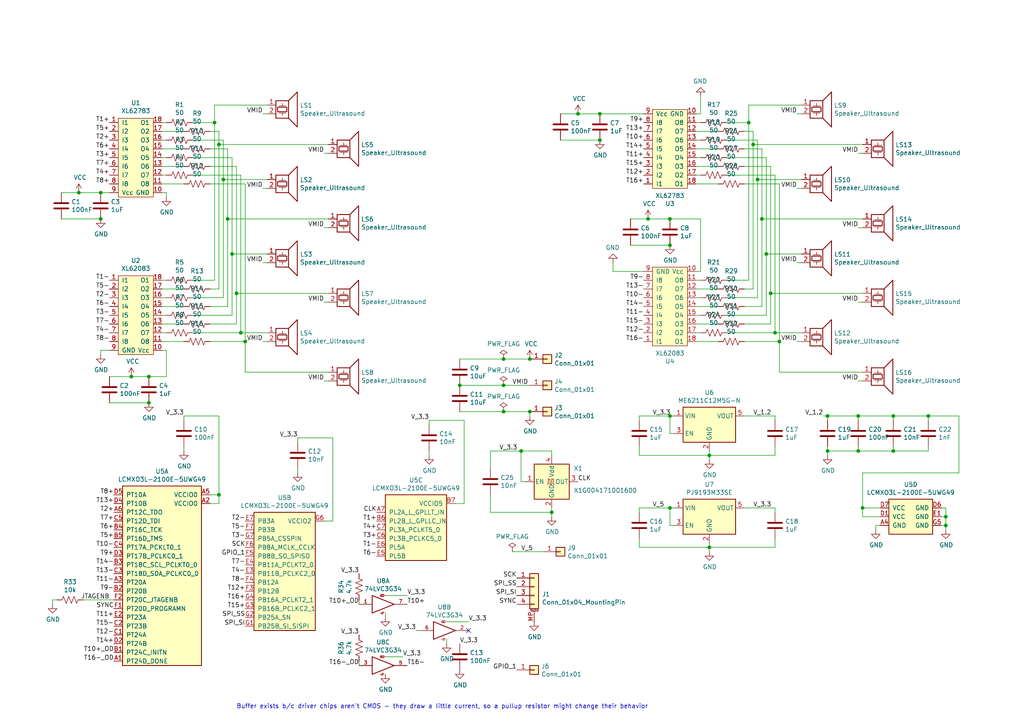
<source format=kicad_sch>
(kicad_sch (version 20211123) (generator eeschema)
  (paper "A4")
  (junction (at 62.23 35.56))
  (junction (at 269.24 120.65))
  (junction (at 63.5 143.51))
  (junction (at 153.67 104.14))
  (junction (at 217.17 35.56))
  (junction (at 153.67 119.38))
  (junction (at 67.31 73.66))
  (junction (at 68.58 85.09))
  (junction (at 146.05 119.38))
  (junction (at 29.21 63.5))
  (junction (at 151.13 130.81))
  (junction (at 248.92 120.65))
  (junction (at 248.92 130.81))
  (junction (at 274.32 149.86))
  (junction (at 160.02 148.59))
  (junction (at 71.12 99.06))
  (junction (at 29.21 55.88))
  (junction (at 259.08 130.81))
  (junction (at 173.99 33.02))
  (junction (at 64.77 52.07))
  (junction (at 194.31 63.5))
  (junction (at 205.74 158.75))
  (junction (at 250.19 147.32))
  (junction (at 146.05 104.14))
  (junction (at 133.35 111.76))
  (junction (at 194.31 120.65))
  (junction (at 224.79 96.52))
  (junction (at 220.98 63.5))
  (junction (at 205.74 132.08))
  (junction (at 240.03 130.81))
  (junction (at 226.06 99.06))
  (junction (at 43.18 109.22))
  (junction (at 194.31 71.12))
  (junction (at 167.64 33.02))
  (junction (at 223.52 85.09))
  (junction (at 259.08 120.65))
  (junction (at 240.03 120.65))
  (junction (at 219.71 52.07))
  (junction (at 274.32 152.4))
  (junction (at 187.96 63.5))
  (junction (at 218.44 41.91))
  (junction (at 66.04 63.5))
  (junction (at 69.85 96.52))
  (junction (at 63.5 41.91))
  (junction (at 222.25 73.66))
  (junction (at 43.18 116.84))
  (junction (at 194.31 147.32))
  (junction (at 173.99 40.64))
  (junction (at 22.86 55.88))
  (junction (at 38.1 109.22))
  (junction (at 146.05 111.76))
  (no_connect (at 135.89 182.88))
  (wire (pts (xy 210.82 35.56) (xy 217.17 35.56)))
  (wire (pts (xy 203.2 63.5) (xy 203.2 78.74)))
  (wire (pts (xy 46.99 55.88) (xy 48.26 55.88)))
  (wire (pts (xy 60.96 48.26) (xy 68.58 48.26)))
  (wire (pts (xy 215.9 99.06) (xy 226.06 99.06)))
  (wire (pts (xy 133.35 104.14) (xy 146.05 104.14)))
  (wire (pts (xy 95.25 87.63) (xy 93.98 87.63)))
  (wire (pts (xy 226.06 107.95) (xy 226.06 99.06)))
  (wire (pts (xy 76.2 33.02) (xy 77.47 33.02)))
  (wire (pts (xy 53.34 121.92) (xy 53.34 120.65)))
  (wire (pts (xy 46.99 83.82) (xy 53.34 83.82)))
  (wire (pts (xy 63.5 143.51) (xy 63.5 146.05)))
  (wire (pts (xy 194.31 147.32) (xy 194.31 152.4)))
  (wire (pts (xy 64.77 52.07) (xy 77.47 52.07)))
  (wire (pts (xy 215.9 83.82) (xy 218.44 83.82)))
  (wire (pts (xy 210.82 81.28) (xy 217.17 81.28)))
  (wire (pts (xy 224.79 158.75) (xy 205.74 158.75)))
  (wire (pts (xy 68.58 93.98) (xy 68.58 85.09)))
  (wire (pts (xy 60.96 83.82) (xy 63.5 83.82)))
  (wire (pts (xy 278.13 120.65) (xy 269.24 120.65)))
  (wire (pts (xy 134.62 121.92) (xy 134.62 146.05)))
  (wire (pts (xy 146.05 104.14) (xy 153.67 104.14)))
  (wire (pts (xy 194.31 152.4) (xy 195.58 152.4)))
  (wire (pts (xy 146.05 119.38) (xy 153.67 119.38)))
  (wire (pts (xy 224.79 96.52) (xy 232.41 96.52)))
  (wire (pts (xy 55.88 50.8) (xy 69.85 50.8)))
  (wire (pts (xy 201.93 93.98) (xy 208.28 93.98)))
  (wire (pts (xy 201.93 43.18) (xy 208.28 43.18)))
  (wire (pts (xy 124.46 123.19) (xy 124.46 121.92)))
  (wire (pts (xy 46.99 96.52) (xy 48.26 96.52)))
  (wire (pts (xy 116.84 190.5) (xy 111.76 190.5)))
  (wire (pts (xy 205.74 160.02) (xy 205.74 158.75)))
  (wire (pts (xy 48.26 55.88) (xy 48.26 57.15)))
  (wire (pts (xy 248.92 129.54) (xy 248.92 130.81)))
  (wire (pts (xy 219.71 52.07) (xy 232.41 52.07)))
  (wire (pts (xy 96.52 127) (xy 96.52 151.13)))
  (wire (pts (xy 274.32 153.67) (xy 274.32 152.4)))
  (wire (pts (xy 153.67 120.65) (xy 153.67 119.38)))
  (wire (pts (xy 201.93 53.34) (xy 208.28 53.34)))
  (wire (pts (xy 201.93 50.8) (xy 203.2 50.8)))
  (wire (pts (xy 69.85 50.8) (xy 69.85 96.52)))
  (wire (pts (xy 238.76 120.65) (xy 240.03 120.65)))
  (wire (pts (xy 226.06 53.34) (xy 226.06 99.06)))
  (wire (pts (xy 215.9 53.34) (xy 226.06 53.34)))
  (wire (pts (xy 46.99 53.34) (xy 53.34 53.34)))
  (wire (pts (xy 185.42 148.59) (xy 185.42 147.32)))
  (wire (pts (xy 86.36 128.27) (xy 86.36 127)))
  (wire (pts (xy 232.41 54.61) (xy 231.14 54.61)))
  (wire (pts (xy 31.75 116.84) (xy 43.18 116.84)))
  (wire (pts (xy 46.99 38.1) (xy 53.34 38.1)))
  (wire (pts (xy 118.11 172.72) (xy 111.76 172.72)))
  (wire (pts (xy 259.08 130.81) (xy 269.24 130.81)))
  (wire (pts (xy 201.93 40.64) (xy 203.2 40.64)))
  (wire (pts (xy 250.19 149.86) (xy 255.27 149.86)))
  (wire (pts (xy 240.03 130.81) (xy 248.92 130.81)))
  (wire (pts (xy 160.02 148.59) (xy 142.24 148.59)))
  (wire (pts (xy 201.93 83.82) (xy 208.28 83.82)))
  (wire (pts (xy 273.05 149.86) (xy 274.32 149.86)))
  (wire (pts (xy 160.02 149.86) (xy 160.02 148.59)))
  (wire (pts (xy 223.52 48.26) (xy 223.52 85.09)))
  (wire (pts (xy 124.46 130.81) (xy 124.46 132.08)))
  (wire (pts (xy 220.98 63.5) (xy 250.19 63.5)))
  (wire (pts (xy 60.96 99.06) (xy 71.12 99.06)))
  (wire (pts (xy 63.5 41.91) (xy 95.25 41.91)))
  (wire (pts (xy 194.31 63.5) (xy 203.2 63.5)))
  (wire (pts (xy 63.5 120.65) (xy 63.5 143.51)))
  (wire (pts (xy 95.25 110.49) (xy 93.98 110.49)))
  (wire (pts (xy 255.27 147.32) (xy 250.19 147.32)))
  (wire (pts (xy 248.92 130.81) (xy 259.08 130.81)))
  (wire (pts (xy 203.2 78.74) (xy 201.93 78.74)))
  (wire (pts (xy 60.96 93.98) (xy 68.58 93.98)))
  (wire (pts (xy 201.93 99.06) (xy 208.28 99.06)))
  (wire (pts (xy 232.41 76.2) (xy 231.14 76.2)))
  (wire (pts (xy 210.82 45.72) (xy 222.25 45.72)))
  (wire (pts (xy 194.31 120.65) (xy 185.42 120.65)))
  (wire (pts (xy 250.19 66.04) (xy 248.92 66.04)))
  (wire (pts (xy 31.75 101.6) (xy 29.21 101.6)))
  (wire (pts (xy 77.47 76.2) (xy 76.2 76.2)))
  (wire (pts (xy 71.12 53.34) (xy 71.12 99.06)))
  (wire (pts (xy 224.79 121.92) (xy 224.79 120.65)))
  (wire (pts (xy 224.79 147.32) (xy 215.9 147.32)))
  (wire (pts (xy 182.88 71.12) (xy 194.31 71.12)))
  (wire (pts (xy 224.79 148.59) (xy 224.79 147.32)))
  (wire (pts (xy 162.56 40.64) (xy 173.99 40.64)))
  (wire (pts (xy 231.14 33.02) (xy 232.41 33.02)))
  (wire (pts (xy 254 153.67) (xy 254 152.4)))
  (wire (pts (xy 64.77 52.07) (xy 64.77 86.36)))
  (wire (pts (xy 194.31 125.73) (xy 195.58 125.73)))
  (wire (pts (xy 223.52 93.98) (xy 223.52 85.09)))
  (wire (pts (xy 218.44 38.1) (xy 218.44 41.91)))
  (wire (pts (xy 240.03 129.54) (xy 240.03 130.81)))
  (wire (pts (xy 134.62 146.05) (xy 132.08 146.05)))
  (wire (pts (xy 66.04 43.18) (xy 66.04 63.5)))
  (wire (pts (xy 205.74 157.48) (xy 205.74 158.75)))
  (wire (pts (xy 17.78 55.88) (xy 22.86 55.88)))
  (wire (pts (xy 38.1 109.22) (xy 43.18 109.22)))
  (wire (pts (xy 210.82 91.44) (xy 222.25 91.44)))
  (wire (pts (xy 104.14 173.99) (xy 104.14 175.26)))
  (wire (pts (xy 194.31 120.65) (xy 194.31 125.73)))
  (wire (pts (xy 162.56 33.02) (xy 167.64 33.02)))
  (wire (pts (xy 215.9 88.9) (xy 220.98 88.9)))
  (wire (pts (xy 187.96 63.5) (xy 194.31 63.5)))
  (wire (pts (xy 62.23 35.56) (xy 62.23 81.28)))
  (wire (pts (xy 63.5 38.1) (xy 63.5 41.91)))
  (wire (pts (xy 67.31 73.66) (xy 67.31 91.44)))
  (wire (pts (xy 55.88 81.28) (xy 62.23 81.28)))
  (wire (pts (xy 254 152.4) (xy 255.27 152.4)))
  (wire (pts (xy 95.25 44.45) (xy 93.98 44.45)))
  (wire (pts (xy 86.36 135.89) (xy 86.36 137.16)))
  (wire (pts (xy 195.58 120.65) (xy 194.31 120.65)))
  (wire (pts (xy 55.88 96.52) (xy 69.85 96.52)))
  (wire (pts (xy 269.24 120.65) (xy 269.24 121.92)))
  (wire (pts (xy 46.99 86.36) (xy 48.26 86.36)))
  (wire (pts (xy 63.5 146.05) (xy 60.96 146.05)))
  (wire (pts (xy 77.47 54.61) (xy 76.2 54.61)))
  (wire (pts (xy 240.03 120.65) (xy 248.92 120.65)))
  (wire (pts (xy 104.14 191.77) (xy 104.14 193.04)))
  (wire (pts (xy 153.67 111.76) (xy 146.05 111.76)))
  (wire (pts (xy 259.08 120.65) (xy 259.08 121.92)))
  (wire (pts (xy 215.9 43.18) (xy 220.98 43.18)))
  (wire (pts (xy 185.42 120.65) (xy 185.42 121.92)))
  (wire (pts (xy 205.74 130.81) (xy 205.74 132.08)))
  (wire (pts (xy 201.93 48.26) (xy 208.28 48.26)))
  (wire (pts (xy 46.99 91.44) (xy 48.26 91.44)))
  (wire (pts (xy 185.42 132.08) (xy 205.74 132.08)))
  (wire (pts (xy 55.88 45.72) (xy 67.31 45.72)))
  (wire (pts (xy 186.69 78.74) (xy 177.8 78.74)))
  (wire (pts (xy 15.24 175.26) (xy 15.24 173.99)))
  (wire (pts (xy 250.19 87.63) (xy 248.92 87.63)))
  (wire (pts (xy 53.34 129.54) (xy 53.34 130.81)))
  (wire (pts (xy 248.92 120.65) (xy 259.08 120.65)))
  (wire (pts (xy 120.65 182.88) (xy 121.92 182.88)))
  (wire (pts (xy 67.31 45.72) (xy 67.31 73.66)))
  (wire (pts (xy 60.96 38.1) (xy 63.5 38.1)))
  (wire (pts (xy 278.13 137.16) (xy 278.13 120.65)))
  (wire (pts (xy 220.98 63.5) (xy 220.98 88.9)))
  (wire (pts (xy 273.05 152.4) (xy 274.32 152.4)))
  (wire (pts (xy 46.99 40.64) (xy 48.26 40.64)))
  (wire (pts (xy 46.99 88.9) (xy 53.34 88.9)))
  (wire (pts (xy 142.24 130.81) (xy 151.13 130.81)))
  (wire (pts (xy 60.96 53.34) (xy 71.12 53.34)))
  (wire (pts (xy 201.93 45.72) (xy 203.2 45.72)))
  (wire (pts (xy 31.75 55.88) (xy 29.21 55.88)))
  (wire (pts (xy 250.19 110.49) (xy 248.92 110.49)))
  (wire (pts (xy 129.54 185.42) (xy 129.54 186.69)))
  (wire (pts (xy 224.79 132.08) (xy 224.79 129.54)))
  (wire (pts (xy 203.2 33.02) (xy 201.93 33.02)))
  (wire (pts (xy 218.44 41.91) (xy 250.19 41.91)))
  (wire (pts (xy 62.23 35.56) (xy 62.23 30.48)))
  (wire (pts (xy 22.86 55.88) (xy 29.21 55.88)))
  (wire (pts (xy 250.19 44.45) (xy 248.92 44.45)))
  (wire (pts (xy 210.82 40.64) (xy 219.71 40.64)))
  (wire (pts (xy 274.32 152.4) (xy 274.32 149.86)))
  (wire (pts (xy 232.41 99.06) (xy 231.14 99.06)))
  (wire (pts (xy 210.82 96.52) (xy 224.79 96.52)))
  (wire (pts (xy 259.08 129.54) (xy 259.08 130.81)))
  (wire (pts (xy 151.13 130.81) (xy 160.02 130.81)))
  (wire (pts (xy 24.13 173.99) (xy 33.02 173.99)))
  (wire (pts (xy 248.92 121.92) (xy 248.92 120.65)))
  (wire (pts (xy 71.12 107.95) (xy 71.12 99.06)))
  (wire (pts (xy 67.31 73.66) (xy 77.47 73.66)))
  (wire (pts (xy 250.19 147.32) (xy 250.19 149.86)))
  (wire (pts (xy 46.99 99.06) (xy 53.34 99.06)))
  (wire (pts (xy 250.19 137.16) (xy 250.19 147.32)))
  (wire (pts (xy 173.99 33.02) (xy 186.69 33.02)))
  (wire (pts (xy 259.08 120.65) (xy 269.24 120.65)))
  (wire (pts (xy 274.32 149.86) (xy 274.32 147.32)))
  (wire (pts (xy 71.12 107.95) (xy 95.25 107.95)))
  (wire (pts (xy 182.88 63.5) (xy 187.96 63.5)))
  (wire (pts (xy 269.24 129.54) (xy 269.24 130.81)))
  (wire (pts (xy 68.58 48.26) (xy 68.58 85.09)))
  (wire (pts (xy 226.06 107.95) (xy 250.19 107.95)))
  (wire (pts (xy 222.25 73.66) (xy 232.41 73.66)))
  (wire (pts (xy 63.5 120.65) (xy 53.34 120.65)))
  (wire (pts (xy 46.99 101.6) (xy 48.26 101.6)))
  (wire (pts (xy 46.99 81.28) (xy 48.26 81.28)))
  (wire (pts (xy 201.93 35.56) (xy 203.2 35.56)))
  (wire (pts (xy 68.58 85.09) (xy 95.25 85.09)))
  (wire (pts (xy 177.8 76.2) (xy 177.8 78.74)))
  (wire (pts (xy 62.23 30.48) (xy 77.47 30.48)))
  (wire (pts (xy 222.25 45.72) (xy 222.25 73.66)))
  (wire (pts (xy 46.99 43.18) (xy 53.34 43.18)))
  (wire (pts (xy 167.64 33.02) (xy 173.99 33.02)))
  (wire (pts (xy 55.88 91.44) (xy 67.31 91.44)))
  (wire (pts (xy 217.17 30.48) (xy 232.41 30.48)))
  (wire (pts (xy 46.99 48.26) (xy 53.34 48.26)))
  (wire (pts (xy 240.03 121.92) (xy 240.03 120.65)))
  (wire (pts (xy 142.24 135.89) (xy 142.24 130.81)))
  (wire (pts (xy 66.04 63.5) (xy 66.04 88.9)))
  (wire (pts (xy 134.62 121.92) (xy 124.46 121.92)))
  (wire (pts (xy 185.42 147.32) (xy 194.31 147.32)))
  (wire (pts (xy 133.35 119.38) (xy 146.05 119.38)))
  (wire (pts (xy 160.02 147.32) (xy 160.02 148.59)))
  (wire (pts (xy 55.88 86.36) (xy 64.77 86.36)))
  (wire (pts (xy 274.32 147.32) (xy 273.05 147.32)))
  (wire (pts (xy 215.9 93.98) (xy 223.52 93.98)))
  (wire (pts (xy 46.99 35.56) (xy 48.26 35.56)))
  (wire (pts (xy 201.93 96.52) (xy 203.2 96.52)))
  (wire (pts (xy 135.89 180.34) (xy 129.54 180.34)))
  (wire (pts (xy 29.21 101.6) (xy 29.21 102.87)))
  (wire (pts (xy 55.88 35.56) (xy 62.23 35.56)))
  (wire (pts (xy 219.71 40.64) (xy 219.71 52.07)))
  (wire (pts (xy 60.96 88.9) (xy 66.04 88.9)))
  (wire (pts (xy 69.85 96.52) (xy 77.47 96.52)))
  (wire (pts (xy 96.52 151.13) (xy 93.98 151.13)))
  (wire (pts (xy 60.96 43.18) (xy 66.04 43.18)))
  (wire (pts (xy 63.5 41.91) (xy 63.5 83.82)))
  (wire (pts (xy 217.17 35.56) (xy 217.17 81.28)))
  (wire (pts (xy 96.52 127) (xy 86.36 127)))
  (wire (pts (xy 185.42 158.75) (xy 185.42 156.21)))
  (wire (pts (xy 66.04 63.5) (xy 95.25 63.5)))
  (wire (pts (xy 205.74 133.35) (xy 205.74 132.08)))
  (wire (pts (xy 201.93 86.36) (xy 203.2 86.36)))
  (wire (pts (xy 64.77 40.64) (xy 64.77 52.07)))
  (wire (pts (xy 218.44 41.91) (xy 218.44 83.82)))
  (wire (pts (xy 223.52 85.09) (xy 250.19 85.09)))
  (wire (pts (xy 215.9 38.1) (xy 218.44 38.1)))
  (wire (pts (xy 203.2 27.94) (xy 203.2 33.02)))
  (wire (pts (xy 31.75 109.22) (xy 38.1 109.22)))
  (wire (pts (xy 210.82 86.36) (xy 219.71 86.36)))
  (wire (pts (xy 217.17 35.56) (xy 217.17 30.48)))
  (wire (pts (xy 15.24 173.99) (xy 16.51 173.99)))
  (wire (pts (xy 95.25 66.04) (xy 93.98 66.04)))
  (wire (pts (xy 148.59 160.02) (xy 157.48 160.02)))
  (wire (pts (xy 220.98 43.18) (xy 220.98 63.5)))
  (wire (pts (xy 46.99 45.72) (xy 48.26 45.72)))
  (wire (pts (xy 55.88 40.64) (xy 64.77 40.64)))
  (wire (pts (xy 185.42 129.54) (xy 185.42 132.08)))
  (wire (pts (xy 224.79 120.65) (xy 215.9 120.65)))
  (wire (pts (xy 46.99 93.98) (xy 53.34 93.98)))
  (wire (pts (xy 43.18 109.22) (xy 48.26 109.22)))
  (wire (pts (xy 46.99 50.8) (xy 48.26 50.8)))
  (wire (pts (xy 222.25 73.66) (xy 222.25 91.44)))
  (wire (pts (xy 142.24 148.59) (xy 142.24 143.51)))
  (wire (pts (xy 194.31 147.32) (xy 195.58 147.32)))
  (wire (pts (xy 111.76 179.07) (xy 111.76 177.8)))
  (wire (pts (xy 146.05 111.76) (xy 133.35 111.76)))
  (wire (pts (xy 201.93 91.44) (xy 203.2 91.44)))
  (wire (pts (xy 201.93 81.28) (xy 203.2 81.28)))
  (wire (pts (xy 250.19 137.16) (xy 278.13 137.16)))
  (wire (pts (xy 160.02 130.81) (xy 160.02 132.08)))
  (wire (pts (xy 77.47 99.06) (xy 76.2 99.06)))
  (wire (pts (xy 17.78 63.5) (xy 29.21 63.5)))
  (wire (pts (xy 215.9 48.26) (xy 223.52 48.26)))
  (wire (pts (xy 201.93 38.1) (xy 208.28 38.1)))
  (wire (pts (xy 48.26 101.6) (xy 48.26 109.22)))
  (wire (pts (xy 205.74 132.08) (xy 224.79 132.08)))
  (wire (pts (xy 240.03 132.08) (xy 240.03 130.81)))
  (wire (pts (xy 201.93 88.9) (xy 208.28 88.9)))
  (wire (pts (xy 224.79 156.21) (xy 224.79 158.75)))
  (wire (pts (xy 60.96 143.51) (xy 63.5 143.51)))
  (wire (pts (xy 210.82 50.8) (xy 224.79 50.8)))
  (wire (pts (xy 224.79 50.8) (xy 224.79 96.52)))
  (wire (pts (xy 205.74 158.75) (xy 185.42 158.75)))
  (wire (pts (xy 151.13 139.7) (xy 151.13 130.81)))
  (wire (pts (xy 219.71 52.07) (xy 219.71 86.36)))
  (wire (pts (xy 152.4 139.7) (xy 151.13 139.7)))
  (text "Buffer exists b/c driver chips aren't CMOS - they draw a little current, so a pullup resistor might change their behavior" (at 68.58 205.74 0) (effects (font (size 1.27 1.27)) (justify left bottom)))
  (label "T15-" (at 186.69 93.98 180))
  (label "T6+" (at 33.02 153.67 180))
  (label "T16+" (at 71.12 173.99 180))
  (label "T9+" (at 186.69 35.56 180))
  (label "V_3.3" (at 104.14 184.15 180))
  (label "T6-" (at 109.22 161.29 180))
  (label "T10+" (at 118.11 175.26 0))
  (label "T1-" (at 31.75 81.28 180))
  (label "SPI_SS" (at 71.12 179.07 180))
  (label "T11-" (at 33.02 168.91 180))
  (label "T13-" (at 33.02 166.37 180))
  (label "V_5" (at 151.13 160.02 0))
  (label "T13+" (at 33.02 146.05 180))
  (label "T4+" (at 109.22 153.67 180))
  (label "T16-_OD" (at 33.02 191.77 180))
  (label "VMID" (at 248.92 110.49 180))
  (label "T3-" (at 71.12 156.21 180))
  (label "VMID" (at 76.2 54.61 180))
  (label "T13+" (at 186.69 38.1 180))
  (label "T9-" (at 33.02 171.45 180))
  (label "V_3.3" (at 53.34 120.65 180))
  (label "T16-" (at 186.69 99.06 180))
  (label "VMID" (at 93.98 44.45 180))
  (label "SPI_SI" (at 149.86 172.72 180))
  (label "VMID" (at 248.92 87.63 180))
  (label "T7-" (at 31.75 93.98 180))
  (label "T14+" (at 33.02 186.69 180))
  (label "T14-" (at 186.69 88.9 180))
  (label "VMID" (at 93.98 66.04 180))
  (label "T1+" (at 31.75 35.56 180))
  (label "V_3.3" (at 135.89 180.34 0))
  (label "SCK" (at 71.12 158.75 180))
  (label "T4-" (at 71.12 166.37 180))
  (label "T10+_OD" (at 104.14 175.26 180))
  (label "V_3.3" (at 124.46 121.92 180))
  (label "T14-" (at 33.02 163.83 180))
  (label "T10+" (at 186.69 40.64 180))
  (label "JTAGENB" (at 31.75 173.99 180))
  (label "VMID" (at 76.2 33.02 180))
  (label "VMID" (at 148.59 111.76 0))
  (label "VMID" (at 248.92 44.45 180))
  (label "T3-" (at 31.75 91.44 180))
  (label "V_3.3" (at 218.44 147.32 0))
  (label "SYNC" (at 33.02 176.53 180))
  (label "T16-" (at 118.11 193.04 0))
  (label "T3+" (at 31.75 45.72 180))
  (label "T2-" (at 31.75 86.36 180))
  (label "V_3.3" (at 189.23 120.65 0))
  (label "SPI_SI" (at 71.12 181.61 180))
  (label "T3+" (at 109.22 156.21 180))
  (label "V_3.3" (at 118.11 172.72 0))
  (label "V_3.3" (at 144.78 130.81 0))
  (label "T7+" (at 31.75 48.26 180))
  (label "T8+" (at 31.75 53.34 180))
  (label "T2+" (at 31.75 40.64 180))
  (label "T7+" (at 33.02 151.13 180))
  (label "T10-" (at 186.69 86.36 180))
  (label "GPIO_1" (at 149.86 194.31 180))
  (label "VMID" (at 231.14 33.02 180))
  (label "V_1.2" (at 238.76 120.65 180))
  (label "T11+" (at 186.69 45.72 180))
  (label "T1+" (at 109.22 151.13 180))
  (label "T11-" (at 186.69 91.44 180))
  (label "VMID" (at 231.14 54.61 180))
  (label "T11+" (at 33.02 179.07 180))
  (label "V_5" (at 189.23 147.32 0))
  (label "T12-" (at 33.02 184.15 180))
  (label "T6+" (at 31.75 43.18 180))
  (label "T16-_OD" (at 104.14 193.04 180))
  (label "VMID" (at 93.98 110.49 180))
  (label "T8-" (at 31.75 99.06 180))
  (label "T14+" (at 186.69 43.18 180))
  (label "SYNC" (at 149.86 175.26 180))
  (label "V_3.3" (at 86.36 127 180))
  (label "T7-" (at 71.12 163.83 180))
  (label "T4+" (at 31.75 50.8 180))
  (label "GPIO_1" (at 71.12 161.29 180))
  (label "T12+" (at 71.12 171.45 180))
  (label "T1-" (at 109.22 158.75 180))
  (label "T15+" (at 186.69 48.26 180))
  (label "CLK" (at 109.22 148.59 180))
  (label "V_3.3" (at 116.84 190.5 0))
  (label "T5-" (at 71.12 153.67 180))
  (label "CLK" (at 167.64 139.7 0))
  (label "T4-" (at 31.75 96.52 180))
  (label "T9-" (at 186.69 81.28 180))
  (label "T13-" (at 186.69 83.82 180))
  (label "T15-" (at 33.02 181.61 180))
  (label "T6-" (at 31.75 88.9 180))
  (label "T5-" (at 31.75 83.82 180))
  (label "V_3.3" (at 120.65 182.88 180))
  (label "T2-" (at 71.12 151.13 180))
  (label "T12-" (at 186.69 96.52 180))
  (label "V_3.3" (at 104.14 166.37 180))
  (label "VMID" (at 76.2 99.06 180))
  (label "VMID" (at 76.2 76.2 180))
  (label "SCK" (at 149.86 167.64 180))
  (label "T5+" (at 33.02 156.21 180))
  (label "T10+_OD" (at 33.02 189.23 180))
  (label "T2+" (at 33.02 148.59 180))
  (label "VMID" (at 231.14 99.06 180))
  (label "T9+" (at 33.02 161.29 180))
  (label "SPI_SS" (at 149.86 170.18 180))
  (label "V_1.2" (at 218.44 120.65 0))
  (label "T10-" (at 33.02 158.75 180))
  (label "T12+" (at 186.69 50.8 180))
  (label "VMID" (at 248.92 66.04 180))
  (label "T15+" (at 71.12 176.53 180))
  (label "T16+" (at 186.69 53.34 180))
  (label "T5+" (at 31.75 38.1 180))
  (label "T8+" (at 33.02 143.51 180))
  (label "V_3.3" (at 133.35 186.69 0))
  (label "VMID" (at 93.98 87.63 180))
  (label "T8-" (at 71.12 168.91 180))
  (label "VMID" (at 231.14 76.2 180))
  (symbol (lib_id "Ultrasonic Library:XL62783") (at 39.37 45.72 0) (unit 1)
    (property "Reference" "U1" (at 39.37 29.845 0))
    (property "Value" "XL62783" (at 39.37 32.1564 0))
    (property "Footprint" "Ultrasonic Emitters:SOIC-18W_7.5x11.6mm_P1.27mm_Weird" (effects hide))
  )
  (symbol (lib_id "Ultrasonic Library:XL62083") (at 39.37 91.44 0) (unit 1)
    (property "Reference" "U2" (at 39.37 75.565 0))
    (property "Value" "XL62083" (at 39.37 77.8764 0))
    (property "Footprint" "Ultrasonic Emitters:SOIC-18W_7.5x11.6mm_P1.27mm_Weird" (effects hide))
  )
  (symbol (lib_id "Device:C") (at 29.21 59.69 0) (unit 1)
    (property "Reference" "C3" (at 32.131 58.5216 0) (effects (justify left)))
    (property "Value" "1uF" (at 32.131 60.833 0) (effects (justify left)))
    (property "Footprint" "Capacitor_SMD:C_0603_1608Metric" (effects hide))
  )
  (symbol (lib_id "Device:C") (at 43.18 113.03 0) (unit 1)
    (property "Reference" "C4" (at 46.101 111.8616 0) (effects (justify left)))
    (property "Value" "1uF" (at 46.101 114.173 0) (effects (justify left)))
    (property "Footprint" "Capacitor_SMD:C_0603_1608Metric" (effects hide))
  )
  (symbol (lib_id "Device:Speaker_Ultrasound") (at 82.55 30.48 0) (unit 1)
    (property "Reference" "LS1" (at 86.9696 30.5816 0) (effects (justify left)))
    (property "Value" "Speaker_Ultrasound" (at 86.9696 32.893 0) (effects (justify left)))
    (property "Footprint" "Ultrasonic Emitters:Ultrasonic_Transducer_T40-16" (effects hide))
  )
  (symbol (lib_id "Device:Speaker_Ultrasound") (at 100.33 41.91 0) (unit 1)
    (property "Reference" "LS5" (at 104.7496 42.0116 0) (effects (justify left)))
    (property "Value" "Speaker_Ultrasound" (at 104.7496 44.323 0) (effects (justify left)))
    (property "Footprint" "Ultrasonic Emitters:Ultrasonic_Transducer_T40-16" (effects hide))
  )
  (symbol (lib_id "Device:Speaker_Ultrasound") (at 82.55 52.07 0) (unit 1)
    (property "Reference" "LS2" (at 86.9696 52.1716 0) (effects (justify left)))
    (property "Value" "Speaker_Ultrasound" (at 86.9696 54.483 0) (effects (justify left)))
    (property "Footprint" "Ultrasonic Emitters:Ultrasonic_Transducer_T40-16" (effects hide))
  )
  (symbol (lib_id "Device:Speaker_Ultrasound") (at 100.33 63.5 0) (unit 1)
    (property "Reference" "LS6" (at 104.7496 63.6016 0) (effects (justify left)))
    (property "Value" "Speaker_Ultrasound" (at 104.7496 65.913 0) (effects (justify left)))
    (property "Footprint" "Ultrasonic Emitters:Ultrasonic_Transducer_T40-16" (effects hide))
  )
  (symbol (lib_id "Device:Speaker_Ultrasound") (at 82.55 73.66 0) (unit 1)
    (property "Reference" "LS3" (at 86.9696 73.7616 0) (effects (justify left)))
    (property "Value" "Speaker_Ultrasound" (at 86.9696 76.073 0) (effects (justify left)))
    (property "Footprint" "Ultrasonic Emitters:Ultrasonic_Transducer_T40-16" (effects hide))
  )
  (symbol (lib_id "Device:Speaker_Ultrasound") (at 100.33 85.09 0) (unit 1)
    (property "Reference" "LS7" (at 104.7496 85.1916 0) (effects (justify left)))
    (property "Value" "Speaker_Ultrasound" (at 104.7496 87.503 0) (effects (justify left)))
    (property "Footprint" "Ultrasonic Emitters:Ultrasonic_Transducer_T40-16" (effects hide))
  )
  (symbol (lib_id "Device:Speaker_Ultrasound") (at 82.55 96.52 0) (unit 1)
    (property "Reference" "LS4" (at 86.9696 96.6216 0) (effects (justify left)))
    (property "Value" "Speaker_Ultrasound" (at 86.9696 98.933 0) (effects (justify left)))
    (property "Footprint" "Ultrasonic Emitters:Ultrasonic_Transducer_T40-16" (effects hide))
  )
  (symbol (lib_id "Device:Speaker_Ultrasound") (at 100.33 107.95 0) (unit 1)
    (property "Reference" "LS8" (at 104.7496 108.0516 0) (effects (justify left)))
    (property "Value" "Speaker_Ultrasound" (at 104.7496 110.363 0) (effects (justify left)))
    (property "Footprint" "Ultrasonic Emitters:Ultrasonic_Transducer_T40-16" (effects hide))
  )
  (symbol (lib_id "Device:R_US") (at 57.15 38.1 270) (unit 1)
    (property "Reference" "R9" (at 57.15 32.893 90))
    (property "Value" "50" (at 57.15 35.2044 90))
    (property "Footprint" "Resistor_SMD:R_1206_3216Metric" (effects hide))
  )
  (symbol (lib_id "Device:R_US") (at 57.15 43.18 270) (unit 1)
    (property "Reference" "R10" (at 57.15 37.973 90))
    (property "Value" "50" (at 57.15 40.2844 90))
    (property "Footprint" "Resistor_SMD:R_1206_3216Metric" (effects hide))
  )
  (symbol (lib_id "Device:R_US") (at 57.15 48.26 270) (unit 1)
    (property "Reference" "R11" (at 57.15 43.053 90))
    (property "Value" "50" (at 57.15 45.3644 90))
    (property "Footprint" "Resistor_SMD:R_1206_3216Metric" (effects hide))
  )
  (symbol (lib_id "Device:R_US") (at 57.15 53.34 270) (unit 1)
    (property "Reference" "R12" (at 57.15 48.133 90))
    (property "Value" "50" (at 57.15 50.4444 90))
    (property "Footprint" "Resistor_SMD:R_1206_3216Metric" (effects hide))
  )
  (symbol (lib_id "Device:R_US") (at 52.07 35.56 270) (unit 1)
    (property "Reference" "R1" (at 52.07 30.353 90))
    (property "Value" "50" (at 52.07 32.6644 90))
    (property "Footprint" "Resistor_SMD:R_1206_3216Metric" (effects hide))
  )
  (symbol (lib_id "Device:R_US") (at 52.07 40.64 270) (unit 1)
    (property "Reference" "R2" (at 52.07 35.433 90))
    (property "Value" "50" (at 52.07 37.7444 90))
    (property "Footprint" "Resistor_SMD:R_1206_3216Metric" (effects hide))
  )
  (symbol (lib_id "Device:R_US") (at 52.07 45.72 270) (unit 1)
    (property "Reference" "R3" (at 52.07 40.513 90))
    (property "Value" "50" (at 52.07 42.8244 90))
    (property "Footprint" "Resistor_SMD:R_1206_3216Metric" (effects hide))
  )
  (symbol (lib_id "Device:R_US") (at 52.07 50.8 270) (unit 1)
    (property "Reference" "R4" (at 52.07 45.593 90))
    (property "Value" "50" (at 52.07 47.9044 90))
    (property "Footprint" "Resistor_SMD:R_1206_3216Metric" (effects hide))
  )
  (symbol (lib_id "power:GND") (at 29.21 63.5 0) (unit 1)
    (property "Reference" "#PWR03" (effects hide))
    (property "Value" "GND" (at 29.337 67.8942 0))
  )
  (symbol (lib_id "power:GND") (at 43.18 116.84 0) (unit 1)
    (property "Reference" "#PWR04" (effects hide))
    (property "Value" "GND" (at 43.307 121.2342 0))
  )
  (symbol (lib_id "power:GND") (at 29.21 102.87 0) (unit 1)
    (property "Reference" "#PWR06" (effects hide))
    (property "Value" "GND" (at 29.337 107.2642 0))
  )
  (symbol (lib_id "power:GND") (at 48.26 57.15 0) (unit 1)
    (property "Reference" "#PWR05" (effects hide))
    (property "Value" "GND" (at 48.387 61.5442 0))
  )
  (symbol (lib_id "Device:C") (at 17.78 59.69 0) (unit 1)
    (property "Reference" "C1" (at 20.701 58.5216 0) (effects (justify left)))
    (property "Value" "100nF" (at 20.701 60.833 0) (effects (justify left)))
    (property "Footprint" "Capacitor_SMD:C_0603_1608Metric" (effects hide))
  )
  (symbol (lib_id "Device:C") (at 31.75 113.03 0) (unit 1)
    (property "Reference" "C2" (at 34.671 111.8616 0) (effects (justify left)))
    (property "Value" "100nF" (at 34.671 114.173 0) (effects (justify left)))
    (property "Footprint" "Capacitor_SMD:C_0603_1608Metric" (effects hide))
  )
  (symbol (lib_id "Connector_Generic:Conn_01x01") (at 158.75 104.14 0) (unit 1)
    (property "Reference" "J2" (at 160.782 103.0732 0) (effects (justify left)))
    (property "Value" "Conn_01x01" (at 160.782 105.3846 0) (effects (justify left)))
    (property "Footprint" "Connector_Pin:Pin_D1.3mm_L11.0mm" (effects hide))
  )
  (symbol (lib_id "Connector_Generic:Conn_01x01") (at 158.75 119.38 0) (unit 1)
    (property "Reference" "J3" (at 160.782 118.3132 0) (effects (justify left)))
    (property "Value" "Conn_01x01" (at 160.782 120.6246 0) (effects (justify left)))
    (property "Footprint" "Connector_Pin:Pin_D1.3mm_L11.0mm" (effects hide))
  )
  (symbol (lib_id "power:GND") (at 153.67 120.65 0) (unit 1)
    (property "Reference" "#PWR016" (effects hide))
    (property "Value" "GND" (at 153.797 125.0442 0))
  )
  (symbol (lib_id "power:VCC") (at 153.67 104.14 0) (unit 1)
    (property "Reference" "#PWR015" (effects hide))
    (property "Value" "VCC" (at 154.051 99.7458 0))
  )
  (symbol (lib_id "power:VCC") (at 38.1 109.22 0) (unit 1)
    (property "Reference" "#PWR02" (effects hide))
    (property "Value" "VCC" (at 38.481 104.8258 0))
  )
  (symbol (lib_id "power:VCC") (at 22.86 55.88 0) (unit 1)
    (property "Reference" "#PWR01" (effects hide))
    (property "Value" "VCC" (at 23.241 51.4858 0))
  )
  (symbol (lib_id "Ultrasonic Library:XL62783") (at 194.31 43.18 0) (mirror x) (unit 1)
    (property "Reference" "U3" (at 194.31 59.055 0))
    (property "Value" "XL62783" (at 194.31 56.7436 0))
    (property "Footprint" "Ultrasonic Emitters:SOIC-18W_7.5x11.6mm_P1.27mm_Weird" (effects hide))
  )
  (symbol (lib_id "Device:C") (at 173.99 36.83 0) (unit 1)
    (property "Reference" "C7" (at 176.911 35.6616 0) (effects (justify left)))
    (property "Value" "1uF" (at 176.911 37.973 0) (effects (justify left)))
    (property "Footprint" "Capacitor_SMD:C_0603_1608Metric" (effects hide))
  )
  (symbol (lib_id "power:GND") (at 173.99 40.64 0) (unit 1)
    (property "Reference" "#PWR019" (effects hide))
    (property "Value" "GND" (at 174.117 45.0342 0))
  )
  (symbol (lib_id "power:GND") (at 194.31 71.12 0) (unit 1)
    (property "Reference" "#PWR020" (effects hide))
    (property "Value" "GND" (at 194.437 75.5142 0))
  )
  (symbol (lib_id "Device:C") (at 194.31 67.31 0) (unit 1)
    (property "Reference" "C8" (at 197.231 66.1416 0) (effects (justify left)))
    (property "Value" "1uF" (at 197.231 68.453 0) (effects (justify left)))
    (property "Footprint" "Capacitor_SMD:C_0603_1608Metric" (effects hide))
  )
  (symbol (lib_name "XL62083_1") (lib_id "Ultrasonic Library:XL62083") (at 194.31 88.9 0) (mirror x) (unit 1)
    (property "Reference" "U4" (at 194.31 104.775 0))
    (property "Value" "XL62083" (at 194.31 102.4636 0))
    (property "Footprint" "Ultrasonic Emitters:SOIC-18W_7.5x11.6mm_P1.27mm_Weird" (effects hide))
  )
  (symbol (lib_id "Device:C") (at 162.56 36.83 0) (unit 1)
    (property "Reference" "C5" (at 165.481 35.6616 0) (effects (justify left)))
    (property "Value" "100nF" (at 165.481 37.973 0) (effects (justify left)))
    (property "Footprint" "Capacitor_SMD:C_0603_1608Metric" (effects hide))
  )
  (symbol (lib_id "Device:C") (at 182.88 67.31 0) (unit 1)
    (property "Reference" "C6" (at 185.801 66.1416 0) (effects (justify left)))
    (property "Value" "100nF" (at 185.801 68.453 0) (effects (justify left)))
    (property "Footprint" "Capacitor_SMD:C_0603_1608Metric" (effects hide))
  )
  (symbol (lib_id "power:VCC") (at 187.96 63.5 0) (unit 1)
    (property "Reference" "#PWR018" (effects hide))
    (property "Value" "VCC" (at 188.341 59.1058 0))
  )
  (symbol (lib_id "power:VCC") (at 167.64 33.02 0) (unit 1)
    (property "Reference" "#PWR017" (effects hide))
    (property "Value" "VCC" (at 168.021 28.6258 0))
  )
  (symbol (lib_id "power:PWR_FLAG") (at 146.05 104.14 0) (unit 1)
    (property "Reference" "#FLG01" (effects hide))
    (property "Value" "PWR_FLAG" (at 146.05 99.7458 0))
  )
  (symbol (lib_id "power:PWR_FLAG") (at 146.05 119.38 0) (unit 1)
    (property "Reference" "#FLG02" (effects hide))
    (property "Value" "PWR_FLAG" (at 146.05 114.9858 0))
  )
  (symbol (lib_id "Device:R_US") (at 52.07 81.28 270) (unit 1)
    (property "Reference" "R5" (at 52.07 76.073 90))
    (property "Value" "50" (at 52.07 78.3844 90))
    (property "Footprint" "Resistor_SMD:R_1206_3216Metric" (effects hide))
  )
  (symbol (lib_id "Device:R_US") (at 57.15 83.82 270) (unit 1)
    (property "Reference" "R13" (at 57.15 78.613 90))
    (property "Value" "50" (at 57.15 80.9244 90))
    (property "Footprint" "Resistor_SMD:R_1206_3216Metric" (effects hide))
  )
  (symbol (lib_id "Device:R_US") (at 52.07 86.36 270) (unit 1)
    (property "Reference" "R6" (at 52.07 81.153 90))
    (property "Value" "50" (at 52.07 83.4644 90))
    (property "Footprint" "Resistor_SMD:R_1206_3216Metric" (effects hide))
  )
  (symbol (lib_id "Device:R_US") (at 52.07 91.44 270) (unit 1)
    (property "Reference" "R7" (at 52.07 86.233 90))
    (property "Value" "50" (at 52.07 88.5444 90))
    (property "Footprint" "Resistor_SMD:R_1206_3216Metric" (effects hide))
  )
  (symbol (lib_id "Device:R_US") (at 52.07 96.52 270) (unit 1)
    (property "Reference" "R8" (at 52.07 91.313 90))
    (property "Value" "50" (at 52.07 93.6244 90))
    (property "Footprint" "Resistor_SMD:R_1206_3216Metric" (effects hide))
  )
  (symbol (lib_id "Device:R_US") (at 57.15 88.9 270) (unit 1)
    (property "Reference" "R14" (at 57.15 83.693 90))
    (property "Value" "50" (at 57.15 86.0044 90))
    (property "Footprint" "Resistor_SMD:R_1206_3216Metric" (effects hide))
  )
  (symbol (lib_id "Device:R_US") (at 57.15 93.98 270) (unit 1)
    (property "Reference" "R15" (at 57.15 88.773 90))
    (property "Value" "50" (at 57.15 91.0844 90))
    (property "Footprint" "Resistor_SMD:R_1206_3216Metric" (effects hide))
  )
  (symbol (lib_id "Device:R_US") (at 57.15 99.06 270) (unit 1)
    (property "Reference" "R16" (at 57.15 93.853 90))
    (property "Value" "50" (at 57.15 96.1644 90))
    (property "Footprint" "Resistor_SMD:R_1206_3216Metric" (effects hide))
  )
  (symbol (lib_id "Device:Speaker_Ultrasound") (at 237.49 30.48 0) (unit 1)
    (property "Reference" "LS9" (at 241.9096 30.5816 0) (effects (justify left)))
    (property "Value" "Speaker_Ultrasound" (at 241.9096 32.893 0) (effects (justify left)))
    (property "Footprint" "Ultrasonic Emitters:Ultrasonic_Transducer_T40-16" (effects hide))
  )
  (symbol (lib_id "Device:Speaker_Ultrasound") (at 255.27 41.91 0) (unit 1)
    (property "Reference" "LS13" (at 259.6896 42.0116 0) (effects (justify left)))
    (property "Value" "Speaker_Ultrasound" (at 259.6896 44.323 0) (effects (justify left)))
    (property "Footprint" "Ultrasonic Emitters:Ultrasonic_Transducer_T40-16" (effects hide))
  )
  (symbol (lib_id "Device:Speaker_Ultrasound") (at 237.49 52.07 0) (unit 1)
    (property "Reference" "LS10" (at 241.9096 52.1716 0) (effects (justify left)))
    (property "Value" "Speaker_Ultrasound" (at 241.9096 54.483 0) (effects (justify left)))
    (property "Footprint" "Ultrasonic Emitters:Ultrasonic_Transducer_T40-16" (effects hide))
  )
  (symbol (lib_id "Device:Speaker_Ultrasound") (at 255.27 63.5 0) (unit 1)
    (property "Reference" "LS14" (at 259.6896 63.6016 0) (effects (justify left)))
    (property "Value" "Speaker_Ultrasound" (at 259.6896 65.913 0) (effects (justify left)))
    (property "Footprint" "Ultrasonic Emitters:Ultrasonic_Transducer_T40-16" (effects hide))
  )
  (symbol (lib_id "Device:Speaker_Ultrasound") (at 237.49 73.66 0) (unit 1)
    (property "Reference" "LS11" (at 241.9096 73.7616 0) (effects (justify left)))
    (property "Value" "Speaker_Ultrasound" (at 241.9096 76.073 0) (effects (justify left)))
    (property "Footprint" "Ultrasonic Emitters:Ultrasonic_Transducer_T40-16" (effects hide))
  )
  (symbol (lib_id "Device:Speaker_Ultrasound") (at 255.27 85.09 0) (unit 1)
    (property "Reference" "LS15" (at 259.6896 85.1916 0) (effects (justify left)))
    (property "Value" "Speaker_Ultrasound" (at 259.6896 87.503 0) (effects (justify left)))
    (property "Footprint" "Ultrasonic Emitters:Ultrasonic_Transducer_T40-16" (effects hide))
  )
  (symbol (lib_id "Device:Speaker_Ultrasound") (at 237.49 96.52 0) (unit 1)
    (property "Reference" "LS12" (at 241.9096 96.6216 0) (effects (justify left)))
    (property "Value" "Speaker_Ultrasound" (at 241.9096 98.933 0) (effects (justify left)))
    (property "Footprint" "Ultrasonic Emitters:Ultrasonic_Transducer_T40-16" (effects hide))
  )
  (symbol (lib_id "Device:Speaker_Ultrasound") (at 255.27 107.95 0) (unit 1)
    (property "Reference" "LS16" (at 259.6896 108.0516 0) (effects (justify left)))
    (property "Value" "Speaker_Ultrasound" (at 259.6896 110.363 0) (effects (justify left)))
    (property "Footprint" "Ultrasonic Emitters:Ultrasonic_Transducer_T40-16" (effects hide))
  )
  (symbol (lib_id "power:GND") (at 177.8 76.2 180) (unit 1)
    (property "Reference" "#PWR022" (effects hide))
    (property "Value" "GND" (at 177.673 71.8058 0))
  )
  (symbol (lib_id "power:GND") (at 203.2 27.94 180) (unit 1)
    (property "Reference" "#PWR021" (effects hide))
    (property "Value" "GND" (at 203.073 23.5458 0))
  )
  (symbol (lib_id "Device:R_US") (at 212.09 53.34 270) (unit 1)
    (property "Reference" "R28" (at 212.09 48.133 90))
    (property "Value" "50" (at 212.09 50.4444 90))
    (property "Footprint" "Resistor_SMD:R_1206_3216Metric" (effects hide))
  )
  (symbol (lib_id "Device:R_US") (at 207.01 50.8 270) (unit 1)
    (property "Reference" "R20" (at 207.01 45.593 90))
    (property "Value" "50" (at 207.01 47.9044 90))
    (property "Footprint" "Resistor_SMD:R_1206_3216Metric" (effects hide))
  )
  (symbol (lib_id "Device:R_US") (at 212.09 48.26 270) (unit 1)
    (property "Reference" "R27" (at 212.09 43.053 90))
    (property "Value" "50" (at 212.09 45.3644 90))
    (property "Footprint" "Resistor_SMD:R_1206_3216Metric" (effects hide))
  )
  (symbol (lib_id "Device:R_US") (at 207.01 45.72 270) (unit 1)
    (property "Reference" "R19" (at 207.01 40.513 90))
    (property "Value" "50" (at 207.01 42.8244 90))
    (property "Footprint" "Resistor_SMD:R_1206_3216Metric" (effects hide))
  )
  (symbol (lib_id "Device:R_US") (at 212.09 43.18 270) (unit 1)
    (property "Reference" "R26" (at 212.09 37.973 90))
    (property "Value" "50" (at 212.09 40.2844 90))
    (property "Footprint" "Resistor_SMD:R_1206_3216Metric" (effects hide))
  )
  (symbol (lib_id "Device:R_US") (at 207.01 40.64 270) (unit 1)
    (property "Reference" "R18" (at 207.01 35.433 90))
    (property "Value" "50" (at 207.01 37.7444 90))
    (property "Footprint" "Resistor_SMD:R_1206_3216Metric" (effects hide))
  )
  (symbol (lib_id "Device:R_US") (at 212.09 38.1 270) (unit 1)
    (property "Reference" "R25" (at 212.09 32.893 90))
    (property "Value" "50" (at 212.09 35.2044 90))
    (property "Footprint" "Resistor_SMD:R_1206_3216Metric" (effects hide))
  )
  (symbol (lib_id "Device:R_US") (at 207.01 35.56 270) (unit 1)
    (property "Reference" "R17" (at 207.01 30.353 90))
    (property "Value" "50" (at 207.01 32.6644 90))
    (property "Footprint" "Resistor_SMD:R_1206_3216Metric" (effects hide))
  )
  (symbol (lib_id "Device:R_US") (at 207.01 81.28 270) (unit 1)
    (property "Reference" "R21" (at 207.01 76.073 90))
    (property "Value" "50" (at 207.01 78.3844 90))
    (property "Footprint" "Resistor_SMD:R_1206_3216Metric" (effects hide))
  )
  (symbol (lib_id "Device:R_US") (at 212.09 83.82 270) (unit 1)
    (property "Reference" "R29" (at 212.09 78.613 90))
    (property "Value" "50" (at 212.09 80.9244 90))
    (property "Footprint" "Resistor_SMD:R_1206_3216Metric" (effects hide))
  )
  (symbol (lib_id "Device:R_US") (at 207.01 86.36 270) (unit 1)
    (property "Reference" "R22" (at 207.01 81.153 90))
    (property "Value" "50" (at 207.01 83.4644 90))
    (property "Footprint" "Resistor_SMD:R_1206_3216Metric" (effects hide))
  )
  (symbol (lib_id "Device:R_US") (at 207.01 91.44 270) (unit 1)
    (property "Reference" "R23" (at 207.01 86.233 90))
    (property "Value" "50" (at 207.01 88.5444 90))
    (property "Footprint" "Resistor_SMD:R_1206_3216Metric" (effects hide))
  )
  (symbol (lib_id "Device:R_US") (at 207.01 96.52 270) (unit 1)
    (property "Reference" "R24" (at 207.01 91.313 90))
    (property "Value" "50" (at 207.01 93.6244 90))
    (property "Footprint" "Resistor_SMD:R_1206_3216Metric" (effects hide))
  )
  (symbol (lib_id "Device:R_US") (at 212.09 88.9 270) (unit 1)
    (property "Reference" "R30" (at 212.09 83.693 90))
    (property "Value" "50" (at 212.09 86.0044 90))
    (property "Footprint" "Resistor_SMD:R_1206_3216Metric" (effects hide))
  )
  (symbol (lib_id "Device:R_US") (at 212.09 93.98 270) (unit 1)
    (property "Reference" "R31" (at 212.09 88.773 90))
    (property "Value" "50" (at 212.09 91.0844 90))
    (property "Footprint" "Resistor_SMD:R_1206_3216Metric" (effects hide))
  )
  (symbol (lib_id "Device:R_US") (at 212.09 99.06 270) (unit 1)
    (property "Reference" "R32" (at 212.09 93.853 90))
    (property "Value" "50" (at 212.09 96.1644 90))
    (property "Footprint" "Resistor_SMD:R_1206_3216Metric" (effects hide))
  )
  (symbol (lib_id "Connector_Generic:Conn_01x01") (at 158.75 111.76 0) (unit 1)
    (property "Reference" "J4" (at 160.782 110.6932 0) (effects (justify left)))
    (property "Value" "Conn_01x01" (at 160.782 113.0046 0) (effects (justify left)))
    (property "Footprint" "Connector_Pin:Pin_D1.3mm_L11.0mm" (effects hide))
  )
  (symbol (lib_id "power:PWR_FLAG") (at 146.05 111.76 0) (unit 1)
    (property "Reference" "#FLG03" (effects hide))
    (property "Value" "PWR_FLAG" (at 146.05 107.3658 0))
  )
  (symbol (lib_id "Regulator_Linear:MIC5504-1.2YM5") (at 205.74 123.19 0) (unit 1)
    (property "Reference" "U6" (at 205.74 113.8682 0))
    (property "Value" "ME6211C12M5G-N" (at 205.74 116.1796 0))
    (property "Footprint" "Package_TO_SOT_SMD:SOT-23-5" (effects hide))
    (property "Datasheet" "http://ww1.microchip.com/downloads/en/DeviceDoc/MIC550X.pdf" (effects hide))
  )
  (symbol (lib_id "Regulator_Linear:MIC5504-3.3YM5") (at 205.74 149.86 0) (unit 1)
    (property "Reference" "U7" (at 205.74 140.5382 0))
    (property "Value" "PJ9193M33SE" (at 205.74 142.8496 0))
    (property "Footprint" "Package_TO_SOT_SMD:SOT-23-5" (effects hide))
    (property "Datasheet" "http://ww1.microchip.com/downloads/en/DeviceDoc/MIC550X.pdf" (effects hide))
  )
  (symbol (lib_id "Device:C") (at 185.42 125.73 0) (unit 1)
    (property "Reference" "C15" (at 188.341 124.5616 0) (effects (justify left)))
    (property "Value" "1uF" (at 188.341 126.873 0) (effects (justify left)))
    (property "Footprint" "Capacitor_SMD:C_0603_1608Metric" (effects hide))
  )
  (symbol (lib_id "power:GND") (at 254 153.67 0) (unit 1)
    (property "Reference" "#PWR023" (effects hide))
    (property "Value" "GND" (at 254.127 158.0642 0))
  )
  (symbol (lib_id "Device:C") (at 224.79 125.73 0) (unit 1)
    (property "Reference" "C17" (at 227.711 124.5616 0) (effects (justify left)))
    (property "Value" "1uF" (at 227.711 126.873 0) (effects (justify left)))
    (property "Footprint" "Capacitor_SMD:C_0603_1608Metric" (effects hide))
  )
  (symbol (lib_id "Device:C") (at 224.79 152.4 0) (unit 1)
    (property "Reference" "C18" (at 227.711 151.2316 0) (effects (justify left)))
    (property "Value" "1uF" (at 227.711 153.543 0) (effects (justify left)))
    (property "Footprint" "Capacitor_SMD:C_0603_1608Metric" (effects hide))
  )
  (symbol (lib_id "Connector_Generic:Conn_01x01") (at 162.56 160.02 0) (unit 1)
    (property "Reference" "J9" (at 164.592 158.9532 0) (effects (justify left)))
    (property "Value" "Conn_01x01" (at 164.592 161.2646 0) (effects (justify left)))
    (property "Footprint" "Connector_Pin:Pin_D1.3mm_L11.0mm" (effects hide))
  )
  (symbol (lib_id "power:PWR_FLAG") (at 148.59 160.02 0) (unit 1)
    (property "Reference" "#FLG04" (effects hide))
    (property "Value" "PWR_FLAG" (at 148.59 155.6258 0))
  )
  (symbol (lib_id "power:GND") (at 205.74 133.35 0) (unit 1)
    (property "Reference" "#PWR011" (effects hide))
    (property "Value" "GND" (at 205.867 137.7442 0))
  )
  (symbol (lib_id "Device:C") (at 259.08 125.73 0) (unit 1)
    (property "Reference" "C21" (at 262.001 124.5616 0) (effects (justify left)))
    (property "Value" "10nF" (at 262.001 126.873 0) (effects (justify left)))
    (property "Footprint" "Capacitor_SMD:C_0603_1608Metric_Pad1.08x0.95mm_HandSolder" (effects hide))
  )
  (symbol (lib_id "Device:C") (at 248.92 125.73 0) (unit 1)
    (property "Reference" "C20" (at 251.841 124.5616 0) (effects (justify left)))
    (property "Value" "100nF" (at 251.841 126.873 0) (effects (justify left)))
    (property "Footprint" "Capacitor_SMD:C_0603_1608Metric" (effects hide))
  )
  (symbol (lib_id "Device:C") (at 240.03 125.73 0) (unit 1)
    (property "Reference" "C19" (at 242.951 124.5616 0) (effects (justify left)))
    (property "Value" "1uF" (at 242.951 126.873 0) (effects (justify left)))
    (property "Footprint" "Capacitor_SMD:C_0603_1608Metric" (effects hide))
  )
  (symbol (lib_id "Device:C") (at 185.42 152.4 0) (unit 1)
    (property "Reference" "C16" (at 188.341 151.2316 0) (effects (justify left)))
    (property "Value" "1uF" (at 188.341 153.543 0) (effects (justify left)))
    (property "Footprint" "Capacitor_SMD:C_0603_1608Metric" (effects hide))
  )
  (symbol (lib_id "power:GND") (at 205.74 160.02 0) (unit 1)
    (property "Reference" "#PWR012" (effects hide))
    (property "Value" "GND" (at 205.867 164.4142 0))
  )
  (symbol (lib_id "power:GND") (at 240.03 132.08 0) (unit 1)
    (property "Reference" "#PWR013" (effects hide))
    (property "Value" "GND" (at 240.157 136.4742 0))
  )
  (symbol (lib_id "Device:C") (at 124.46 127 0) (unit 1)
    (property "Reference" "C14" (at 127.381 125.8316 0) (effects (justify left)))
    (property "Value" "10nF" (at 127.381 128.143 0) (effects (justify left)))
    (property "Footprint" "Capacitor_SMD:C_0402_1005Metric" (effects hide))
  )
  (symbol (lib_id "Connector_Generic:Conn_01x01") (at 154.94 194.31 0) (unit 1)
    (property "Reference" "J6" (at 156.972 193.2432 0) (effects (justify left)))
    (property "Value" "Conn_01x01" (at 156.972 195.5546 0) (effects (justify left)))
    (property "Footprint" "Connector_Pin:Pin_D1.0mm_L10.0mm" (effects hide))
  )
  (symbol (lib_id "power:GND") (at 124.46 132.08 0) (unit 1)
    (property "Reference" "#PWR010" (effects hide))
    (property "Value" "GND" (at 124.587 136.4742 0))
  )
  (symbol (lib_id "Device:C") (at 86.36 132.08 0) (unit 1)
    (property "Reference" "C12" (at 89.281 130.9116 0) (effects (justify left)))
    (property "Value" "10nF" (at 89.281 133.223 0) (effects (justify left)))
    (property "Footprint" "Capacitor_SMD:C_0402_1005Metric" (effects hide))
  )
  (symbol (lib_id "Device:C") (at 53.34 125.73 0) (unit 1)
    (property "Reference" "C10" (at 56.261 124.5616 0) (effects (justify left)))
    (property "Value" "100nF" (at 56.261 126.873 0) (effects (justify left)))
    (property "Footprint" "Capacitor_SMD:C_0603_1608Metric" (effects hide))
  )
  (symbol (lib_id "power:GND") (at 86.36 137.16 0) (unit 1)
    (property "Reference" "#PWR08" (effects hide))
    (property "Value" "GND" (at 86.487 141.5542 0))
  )
  (symbol (lib_id "power:GND") (at 53.34 130.81 0) (unit 1)
    (property "Reference" "#PWR07" (effects hide))
    (property "Value" "GND" (at 53.467 135.2042 0))
  )
  (symbol (lib_id "Ultrasonic Library:74LVC3G34") (at 129.54 182.88 0) (unit 2)
    (property "Reference" "U8" (at 128.905 176.0982 0))
    (property "Value" "74LVC3G34" (at 128.905 178.4096 0))
    (property "Footprint" "Package_SO:VSSOP-8_2.3x2mm_P0.5mm" (effects hide))
    (property "Datasheet" "http://www.ti.com/lit/sg/scyt129e/scyt129e.pdf" (effects hide))
  )
  (symbol (lib_id "Ultrasonic Library:74LVC3G34") (at 111.76 175.26 0) (unit 1)
    (property "Reference" "U8" (at 111.125 168.4782 0))
    (property "Value" "74LVC3G34" (at 111.125 170.7896 0))
    (property "Footprint" "Package_SO:VSSOP-8_2.3x2mm_P0.5mm" (effects hide))
    (property "Datasheet" "http://www.ti.com/lit/sg/scyt129e/scyt129e.pdf" (effects hide))
  )
  (symbol (lib_id "Ultrasonic Library:74LVC3G34") (at 111.76 193.04 0) (unit 3)
    (property "Reference" "U8" (at 111.125 186.2582 0))
    (property "Value" "74LVC3G34" (at 111.125 188.5696 0))
    (property "Footprint" "Package_SO:VSSOP-8_2.3x2mm_P0.5mm" (effects hide))
    (property "Datasheet" "http://www.ti.com/lit/sg/scyt129e/scyt129e.pdf" (effects hide))
  )
  (symbol (lib_id "Device:C") (at 133.35 107.95 0) (unit 1)
    (property "Reference" "C9" (at 136.271 106.7816 0) (effects (justify left)))
    (property "Value" "10uF" (at 136.271 109.093 0) (effects (justify left)))
    (property "Footprint" "Capacitor_SMD:C_0805_2012Metric" (effects hide))
  )
  (symbol (lib_id "Device:C") (at 133.35 115.57 0) (unit 1)
    (property "Reference" "C11" (at 136.271 114.4016 0) (effects (justify left)))
    (property "Value" "10uF" (at 136.271 116.713 0) (effects (justify left)))
    (property "Footprint" "Capacitor_SMD:C_0805_2012Metric" (effects hide))
  )
  (symbol (lib_id "Oscillator:ASE-xxxMHz") (at 160.02 139.7 0) (unit 1)
    (property "Reference" "X1" (at 166.37 135.89 0) (effects (justify left)))
    (property "Value" "X1G004171001600" (at 166.37 142.24 0) (effects (justify left)))
    (property "Footprint" "Oscillator:Oscillator_SMD_SeikoEpson_SG210-4Pin_2.5x2.0mm" (effects hide))
  )
  (symbol (lib_id "Device:C") (at 142.24 139.7 0) (unit 1)
    (property "Reference" "C25" (at 145.161 138.5316 0) (effects (justify left)))
    (property "Value" "10nF" (at 145.161 140.843 0) (effects (justify left)))
    (property "Footprint" "Capacitor_SMD:C_0402_1005Metric" (effects hide))
  )
  (symbol (lib_id "power:GND") (at 160.02 149.86 0) (unit 1)
    (property "Reference" "#PWR027" (effects hide))
    (property "Value" "GND" (at 160.147 154.2542 0))
  )
  (symbol (lib_id "power:GND") (at 111.76 179.07 0) (unit 1)
    (property "Reference" "#PWR09" (effects hide))
    (property "Value" "GND" (at 111.887 183.4642 0))
  )
  (symbol (lib_id "Device:C") (at 133.35 190.5 0) (unit 1)
    (property "Reference" "C13" (at 136.271 189.3316 0) (effects (justify left)))
    (property "Value" "100nF" (at 136.271 191.643 0) (effects (justify left)))
    (property "Footprint" "Capacitor_SMD:C_0603_1608Metric" (effects hide))
  )
  (symbol (lib_id "power:GND") (at 133.35 194.31 0) (unit 1)
    (property "Reference" "#PWR026" (effects hide))
    (property "Value" "GND" (at 133.477 198.7042 0))
  )
  (symbol (lib_id "Device:R_US") (at 104.14 187.96 0) (unit 1)
    (property "Reference" "R36" (at 98.933 187.96 90))
    (property "Value" "4.7k" (at 101.2444 187.96 90))
    (property "Footprint" "Resistor_SMD:R_0402_1005Metric" (effects hide))
  )
  (symbol (lib_id "Device:R_US") (at 104.14 170.18 0) (unit 1)
    (property "Reference" "R34" (at 98.933 170.18 90))
    (property "Value" "4.7k" (at 101.2444 170.18 90))
    (property "Footprint" "Resistor_SMD:R_0402_1005Metric" (effects hide))
  )
  (symbol (lib_id "power:GND") (at 129.54 186.69 0) (unit 1)
    (property "Reference" "#PWR0101" (effects hide))
    (property "Value" "GND" (at 129.667 191.0842 0))
  )
  (symbol (lib_id "power:GND") (at 111.76 195.58 0) (unit 1)
    (property "Reference" "#PWR0102" (effects hide))
    (property "Value" "GND" (at 111.887 199.9742 0))
  )
  (symbol (lib_id "Connector_Generic_MountingPin:Conn_01x04_MountingPin") (at 154.94 170.18 0) (unit 1)
    (property "Reference" "J1" (at 157.1752 172.3644 0) (effects (justify left)))
    (property "Value" "Conn_01x04_MountingPin" (at 157.1752 174.6758 0) (effects (justify left)))
    (property "Footprint" "Connector_JST:JST_SH_BM04B-SRSS-TB_1x04-1MP_P1.00mm_Vertical" (effects hide))
  )
  (symbol (lib_id "power:GND") (at 154.94 180.34 0) (unit 1)
    (property "Reference" "#PWR0103" (effects hide))
    (property "Value" "GND" (at 155.067 184.7342 0))
  )
  (symbol (lib_id "Ultrasonic Library:LCMXO3L-2100E-5UWG49") (at 46.99 167.64 0) (unit 1)
    (property "Reference" "U5" (at 46.99 136.7282 0))
    (property "Value" "LCMXO3L-2100E-5UWG49" (at 46.99 139.0396 0))
    (property "Footprint" "Package_CSP:ST_WLCSP-49_Die433" (effects hide))
  )
  (symbol (lib_id "Ultrasonic Library:LCMXO3L-2100E-5UWG49") (at 82.55 161.29 0) (unit 2)
    (property "Reference" "U5" (at 82.55 144.3482 0))
    (property "Value" "LCMXO3L-2100E-5UWG49" (at 82.55 146.6596 0))
    (property "Footprint" "Package_CSP:ST_WLCSP-49_Die433" (effects hide))
  )
  (symbol (lib_id "Ultrasonic Library:LCMXO3L-2100E-5UWG49") (at 120.65 152.4 0) (unit 3)
    (property "Reference" "U5" (at 120.65 139.2682 0))
    (property "Value" "LCMXO3L-2100E-5UWG49" (at 120.65 141.5796 0))
    (property "Footprint" "Package_CSP:ST_WLCSP-49_Die433" (effects hide))
  )
  (symbol (lib_id "Ultrasonic Library:LCMXO3L-2100E-5UWG49") (at 264.16 149.86 0) (unit 4)
    (property "Reference" "U5" (at 264.16 140.5382 0))
    (property "Value" "LCMXO3L-2100E-5UWG49" (at 264.16 142.8496 0))
    (property "Footprint" "Package_CSP:ST_WLCSP-49_Die433" (effects hide))
  )
  (symbol (lib_id "power:GND") (at 274.32 153.67 0) (unit 1)
    (property "Reference" "#PWR0104" (effects hide))
    (property "Value" "GND" (at 274.447 158.0642 0))
  )
  (symbol (lib_id "Device:R_US") (at 20.32 173.99 270) (unit 1)
    (property "Reference" "R33" (at 20.32 168.783 90))
    (property "Value" "10k" (at 20.32 171.0944 90))
    (property "Footprint" "Resistor_SMD:R_0603_1608Metric" (effects hide))
  )
  (symbol (lib_id "power:GND") (at 15.24 175.26 0) (unit 1)
    (property "Reference" "#PWR014" (effects hide))
    (property "Value" "GND" (at 15.367 179.6542 0))
  )
  (symbol (lib_id "Device:C") (at 269.24 125.73 0) (unit 1)
    (property "Reference" "C22" (at 272.161 124.5616 0) (effects (justify left)))
    (property "Value" "1nF" (at 272.161 126.873 0) (effects (justify left)))
    (property "Footprint" "Capacitor_SMD:C_0603_1608Metric_Pad1.08x0.95mm_HandSolder" (effects hide))
  )
)
</source>
